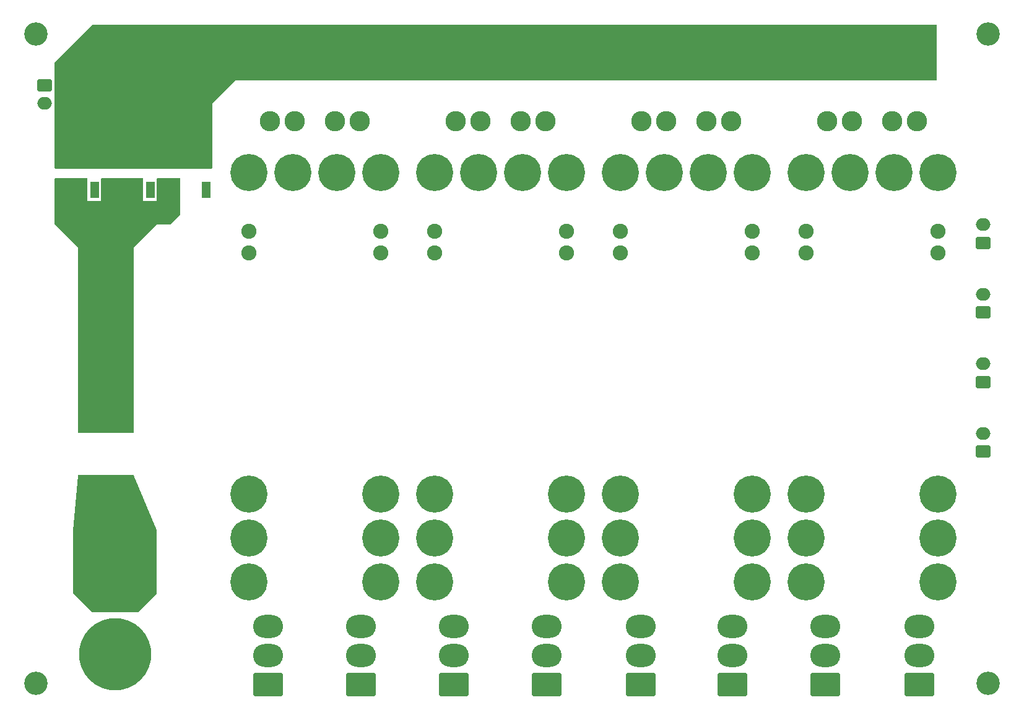
<source format=gbs>
G04 #@! TF.GenerationSoftware,KiCad,Pcbnew,6.0.6-3a73a75311~116~ubuntu22.04.1*
G04 #@! TF.CreationDate,2022-09-02T17:28:33-07:00*
G04 #@! TF.ProjectId,thrusterV3,74687275-7374-4657-9256-332e6b696361,rev?*
G04 #@! TF.SameCoordinates,Original*
G04 #@! TF.FileFunction,Soldermask,Bot*
G04 #@! TF.FilePolarity,Negative*
%FSLAX46Y46*%
G04 Gerber Fmt 4.6, Leading zero omitted, Abs format (unit mm)*
G04 Created by KiCad (PCBNEW 6.0.6-3a73a75311~116~ubuntu22.04.1) date 2022-09-02 17:28:33*
%MOMM*%
%LPD*%
G01*
G04 APERTURE LIST*
G04 Aperture macros list*
%AMRoundRect*
0 Rectangle with rounded corners*
0 $1 Rounding radius*
0 $2 $3 $4 $5 $6 $7 $8 $9 X,Y pos of 4 corners*
0 Add a 4 corners polygon primitive as box body*
4,1,4,$2,$3,$4,$5,$6,$7,$8,$9,$2,$3,0*
0 Add four circle primitives for the rounded corners*
1,1,$1+$1,$2,$3*
1,1,$1+$1,$4,$5*
1,1,$1+$1,$6,$7*
1,1,$1+$1,$8,$9*
0 Add four rect primitives between the rounded corners*
20,1,$1+$1,$2,$3,$4,$5,0*
20,1,$1+$1,$4,$5,$6,$7,0*
20,1,$1+$1,$6,$7,$8,$9,0*
20,1,$1+$1,$8,$9,$2,$3,0*%
G04 Aperture macros list end*
%ADD10RoundRect,0.250000X1.800000X-1.330000X1.800000X1.330000X-1.800000X1.330000X-1.800000X-1.330000X0*%
%ADD11O,4.100000X3.160000*%
%ADD12C,5.080000*%
%ADD13C,2.070000*%
%ADD14RoundRect,0.250000X-0.750000X0.600000X-0.750000X-0.600000X0.750000X-0.600000X0.750000X0.600000X0*%
%ADD15O,2.000000X1.700000*%
%ADD16C,2.780000*%
%ADD17RoundRect,0.250000X0.750000X-0.600000X0.750000X0.600000X-0.750000X0.600000X-0.750000X-0.600000X0*%
%ADD18C,3.200000*%
%ADD19C,9.900000*%
%ADD20R,1.200000X2.200000*%
%ADD21R,5.800000X6.400000*%
G04 APERTURE END LIST*
D10*
X184255000Y-143025000D03*
D11*
X184255000Y-139065000D03*
X184255000Y-135105000D03*
D12*
X110600000Y-72965000D03*
X104600000Y-72965000D03*
X110600000Y-116965000D03*
X110600000Y-122965000D03*
X110600000Y-128965000D03*
D13*
X110600000Y-83965000D03*
X110600000Y-80965000D03*
D14*
X64660000Y-60980000D03*
D15*
X64660000Y-63480000D03*
D16*
X171655000Y-56000000D03*
X175055000Y-56000000D03*
X175055000Y-65920000D03*
X171655000Y-65920000D03*
D10*
X107950000Y-143025000D03*
D11*
X107950000Y-139065000D03*
X107950000Y-135105000D03*
D10*
X171450000Y-143025000D03*
D11*
X171450000Y-139065000D03*
X171450000Y-135105000D03*
D17*
X193040000Y-82550000D03*
D15*
X193040000Y-80050000D03*
D10*
X95250000Y-143025000D03*
D11*
X95250000Y-139065000D03*
X95250000Y-135105000D03*
D10*
X120650000Y-143025000D03*
D11*
X120650000Y-139065000D03*
X120650000Y-135105000D03*
D18*
X63500000Y-142875000D03*
D16*
X183945000Y-56000000D03*
X180545000Y-56000000D03*
X180545000Y-65920000D03*
X183945000Y-65920000D03*
D17*
X193040000Y-92075000D03*
D15*
X193040000Y-89575000D03*
D16*
X104345000Y-56000000D03*
X107745000Y-56000000D03*
X104345000Y-65920000D03*
X107745000Y-65920000D03*
X74725000Y-116720000D03*
X71325000Y-116720000D03*
X71325000Y-106800000D03*
X74725000Y-106800000D03*
D17*
X193040000Y-101600000D03*
D15*
X193040000Y-99100000D03*
D16*
X95455000Y-56000000D03*
X98855000Y-56000000D03*
X98855000Y-65920000D03*
X95455000Y-65920000D03*
X124255000Y-56000000D03*
X120855000Y-56000000D03*
X124255000Y-65920000D03*
X120855000Y-65920000D03*
X155145000Y-56000000D03*
X158545000Y-56000000D03*
X158545000Y-65920000D03*
X155145000Y-65920000D03*
X133145000Y-56000000D03*
X129745000Y-56000000D03*
X133145000Y-65920000D03*
X129745000Y-65920000D03*
D18*
X193675000Y-142875000D03*
X63500000Y-53975000D03*
D19*
X74295000Y-127850000D03*
X74295000Y-138850000D03*
D17*
X193040000Y-111125000D03*
D15*
X193040000Y-108625000D03*
D10*
X146155000Y-143025000D03*
D11*
X146155000Y-139065000D03*
X146155000Y-135105000D03*
D12*
X186805000Y-72965000D03*
X180805000Y-72965000D03*
X186805000Y-116965000D03*
X186805000Y-122965000D03*
X186805000Y-128965000D03*
D13*
X186805000Y-83965000D03*
X186805000Y-80965000D03*
D16*
X149655000Y-56000000D03*
X146255000Y-56000000D03*
X146255000Y-65920000D03*
X149655000Y-65920000D03*
D10*
X133350000Y-143025000D03*
D11*
X133350000Y-139065000D03*
X133350000Y-135105000D03*
D12*
X161400000Y-72965000D03*
X155400000Y-72965000D03*
X161400000Y-116965000D03*
X161400000Y-122965000D03*
X161400000Y-128965000D03*
D13*
X161400000Y-83965000D03*
X161400000Y-80965000D03*
D10*
X158750000Y-143025000D03*
D11*
X158750000Y-139065000D03*
X158750000Y-135105000D03*
D18*
X193675000Y-53975000D03*
D12*
X136000000Y-72965000D03*
X130000000Y-72965000D03*
X136000000Y-116965000D03*
X136000000Y-122965000D03*
X136000000Y-128965000D03*
D13*
X136000000Y-83965000D03*
X136000000Y-80965000D03*
D20*
X71495000Y-75320000D03*
D21*
X69215000Y-69020000D03*
D20*
X66935000Y-75320000D03*
D12*
X118000000Y-72965000D03*
X124000000Y-72965000D03*
X118000000Y-116965000D03*
X118000000Y-122965000D03*
X118000000Y-128965000D03*
D13*
X118000000Y-83965000D03*
X118000000Y-80965000D03*
D20*
X86735000Y-75320000D03*
D21*
X84455000Y-69020000D03*
D20*
X82175000Y-75320000D03*
D12*
X143400000Y-72965000D03*
X149400000Y-72965000D03*
X143400000Y-116965000D03*
X143400000Y-122965000D03*
X143400000Y-128965000D03*
D13*
X143400000Y-83965000D03*
X143400000Y-80965000D03*
D12*
X168805000Y-72965000D03*
X174805000Y-72965000D03*
X168805000Y-116965000D03*
X168805000Y-122965000D03*
X168805000Y-128965000D03*
D13*
X168805000Y-83965000D03*
X168805000Y-80965000D03*
D12*
X92600000Y-72965000D03*
X98600000Y-72965000D03*
X92600000Y-116965000D03*
X92600000Y-122965000D03*
X92600000Y-128965000D03*
D13*
X92600000Y-83965000D03*
X92600000Y-80965000D03*
D20*
X79115000Y-75320000D03*
D21*
X76835000Y-69020000D03*
D20*
X74555000Y-75320000D03*
G36*
X70427121Y-73680002D02*
G01*
X70473614Y-73733658D01*
X70485000Y-73786000D01*
X70485000Y-76816885D01*
X70489475Y-76832124D01*
X70490865Y-76833329D01*
X70498548Y-76835000D01*
X72371885Y-76835000D01*
X72387124Y-76830525D01*
X72388329Y-76829135D01*
X72390000Y-76821452D01*
X72390000Y-73786000D01*
X72410002Y-73717879D01*
X72463658Y-73671386D01*
X72516000Y-73660000D01*
X77979000Y-73660000D01*
X78047121Y-73680002D01*
X78093614Y-73733658D01*
X78105000Y-73786000D01*
X78105000Y-76816885D01*
X78109475Y-76832124D01*
X78110865Y-76833329D01*
X78118548Y-76835000D01*
X79991885Y-76835000D01*
X80007124Y-76830525D01*
X80008329Y-76829135D01*
X80010000Y-76821452D01*
X80010000Y-73786000D01*
X80030002Y-73717879D01*
X80083658Y-73671386D01*
X80136000Y-73660000D01*
X83059000Y-73660000D01*
X83127121Y-73680002D01*
X83173614Y-73733658D01*
X83185000Y-73786000D01*
X83185000Y-78687810D01*
X83164998Y-78755931D01*
X83148095Y-78776905D01*
X81951905Y-79973095D01*
X81889593Y-80007121D01*
X81862810Y-80010000D01*
X80028115Y-80010000D01*
X80002470Y-80017530D01*
X76847812Y-83172188D01*
X76835000Y-83195650D01*
X76835000Y-108459000D01*
X76814998Y-108527121D01*
X76761342Y-108573614D01*
X76709000Y-108585000D01*
X69341000Y-108585000D01*
X69272879Y-108564998D01*
X69226386Y-108511342D01*
X69215000Y-108459000D01*
X69215000Y-83203115D01*
X69207470Y-83177470D01*
X66076905Y-80046905D01*
X66042879Y-79984593D01*
X66040000Y-79957810D01*
X66040000Y-73786000D01*
X66060002Y-73717879D01*
X66113658Y-73671386D01*
X66166000Y-73660000D01*
X70359000Y-73660000D01*
X70427121Y-73680002D01*
G37*
G36*
X76819120Y-114320002D02*
G01*
X76867307Y-114377538D01*
X80000308Y-121896739D01*
X80010000Y-121945201D01*
X80010000Y-130503810D01*
X79989998Y-130571931D01*
X79973095Y-130592905D01*
X77506905Y-133059095D01*
X77444593Y-133093121D01*
X77417810Y-133096000D01*
X71172190Y-133096000D01*
X71104069Y-133075998D01*
X71083095Y-133059095D01*
X68616905Y-130592905D01*
X68582879Y-130530593D01*
X68580000Y-130503810D01*
X68580000Y-121925244D01*
X68580435Y-121914780D01*
X69205372Y-114415536D01*
X69230962Y-114349312D01*
X69288294Y-114307435D01*
X69330937Y-114300000D01*
X76750999Y-114300000D01*
X76819120Y-114320002D01*
G37*
G36*
X186632121Y-52725002D02*
G01*
X186678614Y-52778658D01*
X186690000Y-52831000D01*
X186690000Y-60199000D01*
X186669998Y-60267121D01*
X186616342Y-60313614D01*
X186564000Y-60325000D01*
X90823115Y-60325000D01*
X90797470Y-60332530D01*
X87642812Y-63487188D01*
X87630000Y-63510650D01*
X87630000Y-72264000D01*
X87609998Y-72332121D01*
X87556342Y-72378614D01*
X87504000Y-72390000D01*
X66166000Y-72390000D01*
X66097879Y-72369998D01*
X66051386Y-72316342D01*
X66040000Y-72264000D01*
X66040000Y-57837190D01*
X66060002Y-57769069D01*
X66076905Y-57748095D01*
X71083095Y-52741905D01*
X71145407Y-52707879D01*
X71172190Y-52705000D01*
X186564000Y-52705000D01*
X186632121Y-52725002D01*
G37*
M02*

</source>
